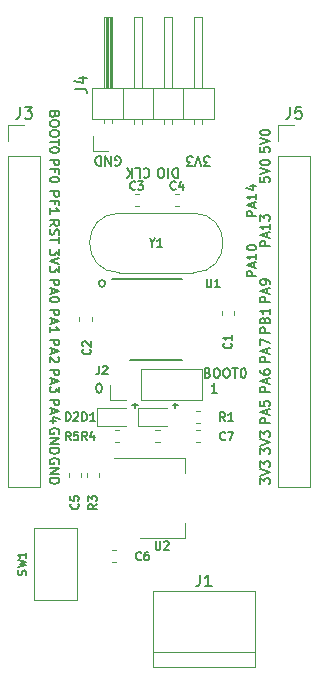
<source format=gbr>
%TF.GenerationSoftware,KiCad,Pcbnew,5.1.0*%
%TF.CreationDate,2019-06-23T04:01:33+08:00*%
%TF.ProjectId,stm32_fxp6,73746d33-325f-4667-9870-362e6b696361,rev?*%
%TF.SameCoordinates,Original*%
%TF.FileFunction,Legend,Top*%
%TF.FilePolarity,Positive*%
%FSLAX46Y46*%
G04 Gerber Fmt 4.6, Leading zero omitted, Abs format (unit mm)*
G04 Created by KiCad (PCBNEW 5.1.0) date 2019-06-23 04:01:33*
%MOMM*%
%LPD*%
G04 APERTURE LIST*
%ADD10C,0.200000*%
%ADD11C,0.150000*%
%ADD12C,0.120000*%
G04 APERTURE END LIST*
D10*
X82524476Y-34093095D02*
X82029238Y-34093095D01*
X82295904Y-33788333D01*
X82181619Y-33788333D01*
X82105428Y-33750238D01*
X82067333Y-33712142D01*
X82029238Y-33635952D01*
X82029238Y-33445476D01*
X82067333Y-33369285D01*
X82105428Y-33331190D01*
X82181619Y-33293095D01*
X82410190Y-33293095D01*
X82486380Y-33331190D01*
X82524476Y-33369285D01*
X81800666Y-34093095D02*
X81534000Y-33293095D01*
X81267333Y-34093095D01*
X81076857Y-34093095D02*
X80581619Y-34093095D01*
X80848285Y-33788333D01*
X80734000Y-33788333D01*
X80657809Y-33750238D01*
X80619714Y-33712142D01*
X80581619Y-33635952D01*
X80581619Y-33445476D01*
X80619714Y-33369285D01*
X80657809Y-33331190D01*
X80734000Y-33293095D01*
X80962571Y-33293095D01*
X81038761Y-33331190D01*
X81076857Y-33369285D01*
X79813047Y-34309095D02*
X79813047Y-35109095D01*
X79622571Y-35109095D01*
X79508285Y-35071000D01*
X79432095Y-34994809D01*
X79394000Y-34918619D01*
X79355904Y-34766238D01*
X79355904Y-34651952D01*
X79394000Y-34499571D01*
X79432095Y-34423380D01*
X79508285Y-34347190D01*
X79622571Y-34309095D01*
X79813047Y-34309095D01*
X79013047Y-34309095D02*
X79013047Y-35109095D01*
X78479714Y-35109095D02*
X78327333Y-35109095D01*
X78251142Y-35071000D01*
X78174952Y-34994809D01*
X78136857Y-34842428D01*
X78136857Y-34575761D01*
X78174952Y-34423380D01*
X78251142Y-34347190D01*
X78327333Y-34309095D01*
X78479714Y-34309095D01*
X78555904Y-34347190D01*
X78632095Y-34423380D01*
X78670190Y-34575761D01*
X78670190Y-34842428D01*
X78632095Y-34994809D01*
X78555904Y-35071000D01*
X78479714Y-35109095D01*
X76930190Y-34385285D02*
X76968285Y-34347190D01*
X77082571Y-34309095D01*
X77158761Y-34309095D01*
X77273047Y-34347190D01*
X77349238Y-34423380D01*
X77387333Y-34499571D01*
X77425428Y-34651952D01*
X77425428Y-34766238D01*
X77387333Y-34918619D01*
X77349238Y-34994809D01*
X77273047Y-35071000D01*
X77158761Y-35109095D01*
X77082571Y-35109095D01*
X76968285Y-35071000D01*
X76930190Y-35032904D01*
X76206380Y-34309095D02*
X76587333Y-34309095D01*
X76587333Y-35109095D01*
X75939714Y-34309095D02*
X75939714Y-35109095D01*
X75482571Y-34309095D02*
X75825428Y-34766238D01*
X75482571Y-35109095D02*
X75939714Y-34651952D01*
X74523523Y-34055000D02*
X74599714Y-34093095D01*
X74714000Y-34093095D01*
X74828285Y-34055000D01*
X74904476Y-33978809D01*
X74942571Y-33902619D01*
X74980666Y-33750238D01*
X74980666Y-33635952D01*
X74942571Y-33483571D01*
X74904476Y-33407380D01*
X74828285Y-33331190D01*
X74714000Y-33293095D01*
X74637809Y-33293095D01*
X74523523Y-33331190D01*
X74485428Y-33369285D01*
X74485428Y-33635952D01*
X74637809Y-33635952D01*
X74142571Y-33293095D02*
X74142571Y-34093095D01*
X73685428Y-33293095D01*
X73685428Y-34093095D01*
X73304476Y-33293095D02*
X73304476Y-34093095D01*
X73114000Y-34093095D01*
X72999714Y-34055000D01*
X72923523Y-33978809D01*
X72885428Y-33902619D01*
X72847333Y-33750238D01*
X72847333Y-33635952D01*
X72885428Y-33483571D01*
X72923523Y-33407380D01*
X72999714Y-33331190D01*
X73114000Y-33293095D01*
X73304476Y-33293095D01*
X73113904Y-52520904D02*
X73190095Y-52520904D01*
X73266285Y-52559000D01*
X73304380Y-52597095D01*
X73342476Y-52673285D01*
X73380571Y-52825666D01*
X73380571Y-53016142D01*
X73342476Y-53168523D01*
X73304380Y-53244714D01*
X73266285Y-53282809D01*
X73190095Y-53320904D01*
X73113904Y-53320904D01*
X73037714Y-53282809D01*
X72999619Y-53244714D01*
X72961523Y-53168523D01*
X72923428Y-53016142D01*
X72923428Y-52825666D01*
X72961523Y-52673285D01*
X72999619Y-52597095D01*
X73037714Y-52559000D01*
X73113904Y-52520904D01*
X83159571Y-53320904D02*
X82702428Y-53320904D01*
X82931000Y-53320904D02*
X82931000Y-52520904D01*
X82854809Y-52635190D01*
X82778619Y-52711380D01*
X82702428Y-52749476D01*
X82353333Y-51631857D02*
X82467619Y-51669952D01*
X82505714Y-51708047D01*
X82543809Y-51784238D01*
X82543809Y-51898523D01*
X82505714Y-51974714D01*
X82467619Y-52012809D01*
X82391428Y-52050904D01*
X82086666Y-52050904D01*
X82086666Y-51250904D01*
X82353333Y-51250904D01*
X82429523Y-51289000D01*
X82467619Y-51327095D01*
X82505714Y-51403285D01*
X82505714Y-51479476D01*
X82467619Y-51555666D01*
X82429523Y-51593761D01*
X82353333Y-51631857D01*
X82086666Y-51631857D01*
X83039047Y-51250904D02*
X83191428Y-51250904D01*
X83267619Y-51289000D01*
X83343809Y-51365190D01*
X83381904Y-51517571D01*
X83381904Y-51784238D01*
X83343809Y-51936619D01*
X83267619Y-52012809D01*
X83191428Y-52050904D01*
X83039047Y-52050904D01*
X82962857Y-52012809D01*
X82886666Y-51936619D01*
X82848571Y-51784238D01*
X82848571Y-51517571D01*
X82886666Y-51365190D01*
X82962857Y-51289000D01*
X83039047Y-51250904D01*
X83877142Y-51250904D02*
X84029523Y-51250904D01*
X84105714Y-51289000D01*
X84181904Y-51365190D01*
X84220000Y-51517571D01*
X84220000Y-51784238D01*
X84181904Y-51936619D01*
X84105714Y-52012809D01*
X84029523Y-52050904D01*
X83877142Y-52050904D01*
X83800952Y-52012809D01*
X83724761Y-51936619D01*
X83686666Y-51784238D01*
X83686666Y-51517571D01*
X83724761Y-51365190D01*
X83800952Y-51289000D01*
X83877142Y-51250904D01*
X84448571Y-51250904D02*
X84905714Y-51250904D01*
X84677142Y-52050904D02*
X84677142Y-51250904D01*
X85324761Y-51250904D02*
X85400952Y-51250904D01*
X85477142Y-51289000D01*
X85515238Y-51327095D01*
X85553333Y-51403285D01*
X85591428Y-51555666D01*
X85591428Y-51746142D01*
X85553333Y-51898523D01*
X85515238Y-51974714D01*
X85477142Y-52012809D01*
X85400952Y-52050904D01*
X85324761Y-52050904D01*
X85248571Y-52012809D01*
X85210476Y-51974714D01*
X85172380Y-51898523D01*
X85134285Y-51746142D01*
X85134285Y-51555666D01*
X85172380Y-51403285D01*
X85210476Y-51327095D01*
X85248571Y-51289000D01*
X85324761Y-51250904D01*
D11*
X79400428Y-54398857D02*
X79857571Y-54398857D01*
X79629000Y-54627428D02*
X79629000Y-54170285D01*
X75971428Y-54398857D02*
X76428571Y-54398857D01*
X76200000Y-54627428D02*
X76200000Y-54170285D01*
D10*
X86810904Y-32537333D02*
X86810904Y-32918285D01*
X87191857Y-32956380D01*
X87153761Y-32918285D01*
X87115666Y-32842095D01*
X87115666Y-32651619D01*
X87153761Y-32575428D01*
X87191857Y-32537333D01*
X87268047Y-32499238D01*
X87458523Y-32499238D01*
X87534714Y-32537333D01*
X87572809Y-32575428D01*
X87610904Y-32651619D01*
X87610904Y-32842095D01*
X87572809Y-32918285D01*
X87534714Y-32956380D01*
X86810904Y-32270666D02*
X87610904Y-32004000D01*
X86810904Y-31737333D01*
X86810904Y-31318285D02*
X86810904Y-31242095D01*
X86849000Y-31165904D01*
X86887095Y-31127809D01*
X86963285Y-31089714D01*
X87115666Y-31051619D01*
X87306142Y-31051619D01*
X87458523Y-31089714D01*
X87534714Y-31127809D01*
X87572809Y-31165904D01*
X87610904Y-31242095D01*
X87610904Y-31318285D01*
X87572809Y-31394476D01*
X87534714Y-31432571D01*
X87458523Y-31470666D01*
X87306142Y-31508761D01*
X87115666Y-31508761D01*
X86963285Y-31470666D01*
X86887095Y-31432571D01*
X86849000Y-31394476D01*
X86810904Y-31318285D01*
X86810904Y-35077333D02*
X86810904Y-35458285D01*
X87191857Y-35496380D01*
X87153761Y-35458285D01*
X87115666Y-35382095D01*
X87115666Y-35191619D01*
X87153761Y-35115428D01*
X87191857Y-35077333D01*
X87268047Y-35039238D01*
X87458523Y-35039238D01*
X87534714Y-35077333D01*
X87572809Y-35115428D01*
X87610904Y-35191619D01*
X87610904Y-35382095D01*
X87572809Y-35458285D01*
X87534714Y-35496380D01*
X86810904Y-34810666D02*
X87610904Y-34544000D01*
X86810904Y-34277333D01*
X86810904Y-33858285D02*
X86810904Y-33782095D01*
X86849000Y-33705904D01*
X86887095Y-33667809D01*
X86963285Y-33629714D01*
X87115666Y-33591619D01*
X87306142Y-33591619D01*
X87458523Y-33629714D01*
X87534714Y-33667809D01*
X87572809Y-33705904D01*
X87610904Y-33782095D01*
X87610904Y-33858285D01*
X87572809Y-33934476D01*
X87534714Y-33972571D01*
X87458523Y-34010666D01*
X87306142Y-34048761D01*
X87115666Y-34048761D01*
X86963285Y-34010666D01*
X86887095Y-33972571D01*
X86849000Y-33934476D01*
X86810904Y-33858285D01*
X86467904Y-38398285D02*
X85667904Y-38398285D01*
X85667904Y-38093523D01*
X85706000Y-38017333D01*
X85744095Y-37979238D01*
X85820285Y-37941142D01*
X85934571Y-37941142D01*
X86010761Y-37979238D01*
X86048857Y-38017333D01*
X86086952Y-38093523D01*
X86086952Y-38398285D01*
X86239333Y-37636380D02*
X86239333Y-37255428D01*
X86467904Y-37712571D02*
X85667904Y-37445904D01*
X86467904Y-37179238D01*
X86467904Y-36493523D02*
X86467904Y-36950666D01*
X86467904Y-36722095D02*
X85667904Y-36722095D01*
X85782190Y-36798285D01*
X85858380Y-36874476D01*
X85896476Y-36950666D01*
X85934571Y-35807809D02*
X86467904Y-35807809D01*
X85629809Y-35998285D02*
X86201238Y-36188761D01*
X86201238Y-35693523D01*
X87610904Y-40938285D02*
X86810904Y-40938285D01*
X86810904Y-40633523D01*
X86849000Y-40557333D01*
X86887095Y-40519238D01*
X86963285Y-40481142D01*
X87077571Y-40481142D01*
X87153761Y-40519238D01*
X87191857Y-40557333D01*
X87229952Y-40633523D01*
X87229952Y-40938285D01*
X87382333Y-40176380D02*
X87382333Y-39795428D01*
X87610904Y-40252571D02*
X86810904Y-39985904D01*
X87610904Y-39719238D01*
X87610904Y-39033523D02*
X87610904Y-39490666D01*
X87610904Y-39262095D02*
X86810904Y-39262095D01*
X86925190Y-39338285D01*
X87001380Y-39414476D01*
X87039476Y-39490666D01*
X86810904Y-38766857D02*
X86810904Y-38271619D01*
X87115666Y-38538285D01*
X87115666Y-38424000D01*
X87153761Y-38347809D01*
X87191857Y-38309714D01*
X87268047Y-38271619D01*
X87458523Y-38271619D01*
X87534714Y-38309714D01*
X87572809Y-38347809D01*
X87610904Y-38424000D01*
X87610904Y-38652571D01*
X87572809Y-38728761D01*
X87534714Y-38766857D01*
X86467904Y-43478285D02*
X85667904Y-43478285D01*
X85667904Y-43173523D01*
X85706000Y-43097333D01*
X85744095Y-43059238D01*
X85820285Y-43021142D01*
X85934571Y-43021142D01*
X86010761Y-43059238D01*
X86048857Y-43097333D01*
X86086952Y-43173523D01*
X86086952Y-43478285D01*
X86239333Y-42716380D02*
X86239333Y-42335428D01*
X86467904Y-42792571D02*
X85667904Y-42525904D01*
X86467904Y-42259238D01*
X86467904Y-41573523D02*
X86467904Y-42030666D01*
X86467904Y-41802095D02*
X85667904Y-41802095D01*
X85782190Y-41878285D01*
X85858380Y-41954476D01*
X85896476Y-42030666D01*
X85667904Y-41078285D02*
X85667904Y-41002095D01*
X85706000Y-40925904D01*
X85744095Y-40887809D01*
X85820285Y-40849714D01*
X85972666Y-40811619D01*
X86163142Y-40811619D01*
X86315523Y-40849714D01*
X86391714Y-40887809D01*
X86429809Y-40925904D01*
X86467904Y-41002095D01*
X86467904Y-41078285D01*
X86429809Y-41154476D01*
X86391714Y-41192571D01*
X86315523Y-41230666D01*
X86163142Y-41268761D01*
X85972666Y-41268761D01*
X85820285Y-41230666D01*
X85744095Y-41192571D01*
X85706000Y-41154476D01*
X85667904Y-41078285D01*
X87610904Y-45637333D02*
X86810904Y-45637333D01*
X86810904Y-45332571D01*
X86849000Y-45256380D01*
X86887095Y-45218285D01*
X86963285Y-45180190D01*
X87077571Y-45180190D01*
X87153761Y-45218285D01*
X87191857Y-45256380D01*
X87229952Y-45332571D01*
X87229952Y-45637333D01*
X87382333Y-44875428D02*
X87382333Y-44494476D01*
X87610904Y-44951619D02*
X86810904Y-44684952D01*
X87610904Y-44418285D01*
X87610904Y-44113523D02*
X87610904Y-43961142D01*
X87572809Y-43884952D01*
X87534714Y-43846857D01*
X87420428Y-43770666D01*
X87268047Y-43732571D01*
X86963285Y-43732571D01*
X86887095Y-43770666D01*
X86849000Y-43808761D01*
X86810904Y-43884952D01*
X86810904Y-44037333D01*
X86849000Y-44113523D01*
X86887095Y-44151619D01*
X86963285Y-44189714D01*
X87153761Y-44189714D01*
X87229952Y-44151619D01*
X87268047Y-44113523D01*
X87306142Y-44037333D01*
X87306142Y-43884952D01*
X87268047Y-43808761D01*
X87229952Y-43770666D01*
X87153761Y-43732571D01*
X87610904Y-48234476D02*
X86810904Y-48234476D01*
X86810904Y-47929714D01*
X86849000Y-47853523D01*
X86887095Y-47815428D01*
X86963285Y-47777333D01*
X87077571Y-47777333D01*
X87153761Y-47815428D01*
X87191857Y-47853523D01*
X87229952Y-47929714D01*
X87229952Y-48234476D01*
X87191857Y-47167809D02*
X87229952Y-47053523D01*
X87268047Y-47015428D01*
X87344238Y-46977333D01*
X87458523Y-46977333D01*
X87534714Y-47015428D01*
X87572809Y-47053523D01*
X87610904Y-47129714D01*
X87610904Y-47434476D01*
X86810904Y-47434476D01*
X86810904Y-47167809D01*
X86849000Y-47091619D01*
X86887095Y-47053523D01*
X86963285Y-47015428D01*
X87039476Y-47015428D01*
X87115666Y-47053523D01*
X87153761Y-47091619D01*
X87191857Y-47167809D01*
X87191857Y-47434476D01*
X87610904Y-46215428D02*
X87610904Y-46672571D01*
X87610904Y-46444000D02*
X86810904Y-46444000D01*
X86925190Y-46520190D01*
X87001380Y-46596380D01*
X87039476Y-46672571D01*
X87610904Y-50717333D02*
X86810904Y-50717333D01*
X86810904Y-50412571D01*
X86849000Y-50336380D01*
X86887095Y-50298285D01*
X86963285Y-50260190D01*
X87077571Y-50260190D01*
X87153761Y-50298285D01*
X87191857Y-50336380D01*
X87229952Y-50412571D01*
X87229952Y-50717333D01*
X87382333Y-49955428D02*
X87382333Y-49574476D01*
X87610904Y-50031619D02*
X86810904Y-49764952D01*
X87610904Y-49498285D01*
X86810904Y-49307809D02*
X86810904Y-48774476D01*
X87610904Y-49117333D01*
X87610904Y-53257333D02*
X86810904Y-53257333D01*
X86810904Y-52952571D01*
X86849000Y-52876380D01*
X86887095Y-52838285D01*
X86963285Y-52800190D01*
X87077571Y-52800190D01*
X87153761Y-52838285D01*
X87191857Y-52876380D01*
X87229952Y-52952571D01*
X87229952Y-53257333D01*
X87382333Y-52495428D02*
X87382333Y-52114476D01*
X87610904Y-52571619D02*
X86810904Y-52304952D01*
X87610904Y-52038285D01*
X86810904Y-51428761D02*
X86810904Y-51581142D01*
X86849000Y-51657333D01*
X86887095Y-51695428D01*
X87001380Y-51771619D01*
X87153761Y-51809714D01*
X87458523Y-51809714D01*
X87534714Y-51771619D01*
X87572809Y-51733523D01*
X87610904Y-51657333D01*
X87610904Y-51504952D01*
X87572809Y-51428761D01*
X87534714Y-51390666D01*
X87458523Y-51352571D01*
X87268047Y-51352571D01*
X87191857Y-51390666D01*
X87153761Y-51428761D01*
X87115666Y-51504952D01*
X87115666Y-51657333D01*
X87153761Y-51733523D01*
X87191857Y-51771619D01*
X87268047Y-51809714D01*
X87610904Y-55924333D02*
X86810904Y-55924333D01*
X86810904Y-55619571D01*
X86849000Y-55543380D01*
X86887095Y-55505285D01*
X86963285Y-55467190D01*
X87077571Y-55467190D01*
X87153761Y-55505285D01*
X87191857Y-55543380D01*
X87229952Y-55619571D01*
X87229952Y-55924333D01*
X87382333Y-55162428D02*
X87382333Y-54781476D01*
X87610904Y-55238619D02*
X86810904Y-54971952D01*
X87610904Y-54705285D01*
X86810904Y-54057666D02*
X86810904Y-54438619D01*
X87191857Y-54476714D01*
X87153761Y-54438619D01*
X87115666Y-54362428D01*
X87115666Y-54171952D01*
X87153761Y-54095761D01*
X87191857Y-54057666D01*
X87268047Y-54019571D01*
X87458523Y-54019571D01*
X87534714Y-54057666D01*
X87572809Y-54095761D01*
X87610904Y-54171952D01*
X87610904Y-54362428D01*
X87572809Y-54438619D01*
X87534714Y-54476714D01*
X86810904Y-58521476D02*
X86810904Y-58026238D01*
X87115666Y-58292904D01*
X87115666Y-58178619D01*
X87153761Y-58102428D01*
X87191857Y-58064333D01*
X87268047Y-58026238D01*
X87458523Y-58026238D01*
X87534714Y-58064333D01*
X87572809Y-58102428D01*
X87610904Y-58178619D01*
X87610904Y-58407190D01*
X87572809Y-58483380D01*
X87534714Y-58521476D01*
X86810904Y-57797666D02*
X87610904Y-57531000D01*
X86810904Y-57264333D01*
X86810904Y-57073857D02*
X86810904Y-56578619D01*
X87115666Y-56845285D01*
X87115666Y-56731000D01*
X87153761Y-56654809D01*
X87191857Y-56616714D01*
X87268047Y-56578619D01*
X87458523Y-56578619D01*
X87534714Y-56616714D01*
X87572809Y-56654809D01*
X87610904Y-56731000D01*
X87610904Y-56959571D01*
X87572809Y-57035761D01*
X87534714Y-57073857D01*
X86810904Y-61061476D02*
X86810904Y-60566238D01*
X87115666Y-60832904D01*
X87115666Y-60718619D01*
X87153761Y-60642428D01*
X87191857Y-60604333D01*
X87268047Y-60566238D01*
X87458523Y-60566238D01*
X87534714Y-60604333D01*
X87572809Y-60642428D01*
X87610904Y-60718619D01*
X87610904Y-60947190D01*
X87572809Y-61023380D01*
X87534714Y-61061476D01*
X86810904Y-60337666D02*
X87610904Y-60071000D01*
X86810904Y-59804333D01*
X86810904Y-59613857D02*
X86810904Y-59118619D01*
X87115666Y-59385285D01*
X87115666Y-59271000D01*
X87153761Y-59194809D01*
X87191857Y-59156714D01*
X87268047Y-59118619D01*
X87458523Y-59118619D01*
X87534714Y-59156714D01*
X87572809Y-59194809D01*
X87610904Y-59271000D01*
X87610904Y-59499571D01*
X87572809Y-59575761D01*
X87534714Y-59613857D01*
X69399142Y-29775333D02*
X69361047Y-29889619D01*
X69322952Y-29927714D01*
X69246761Y-29965809D01*
X69132476Y-29965809D01*
X69056285Y-29927714D01*
X69018190Y-29889619D01*
X68980095Y-29813428D01*
X68980095Y-29508666D01*
X69780095Y-29508666D01*
X69780095Y-29775333D01*
X69742000Y-29851523D01*
X69703904Y-29889619D01*
X69627714Y-29927714D01*
X69551523Y-29927714D01*
X69475333Y-29889619D01*
X69437238Y-29851523D01*
X69399142Y-29775333D01*
X69399142Y-29508666D01*
X69780095Y-30461047D02*
X69780095Y-30613428D01*
X69742000Y-30689619D01*
X69665809Y-30765809D01*
X69513428Y-30803904D01*
X69246761Y-30803904D01*
X69094380Y-30765809D01*
X69018190Y-30689619D01*
X68980095Y-30613428D01*
X68980095Y-30461047D01*
X69018190Y-30384857D01*
X69094380Y-30308666D01*
X69246761Y-30270571D01*
X69513428Y-30270571D01*
X69665809Y-30308666D01*
X69742000Y-30384857D01*
X69780095Y-30461047D01*
X69780095Y-31299142D02*
X69780095Y-31451523D01*
X69742000Y-31527714D01*
X69665809Y-31603904D01*
X69513428Y-31642000D01*
X69246761Y-31642000D01*
X69094380Y-31603904D01*
X69018190Y-31527714D01*
X68980095Y-31451523D01*
X68980095Y-31299142D01*
X69018190Y-31222952D01*
X69094380Y-31146761D01*
X69246761Y-31108666D01*
X69513428Y-31108666D01*
X69665809Y-31146761D01*
X69742000Y-31222952D01*
X69780095Y-31299142D01*
X69780095Y-31870571D02*
X69780095Y-32327714D01*
X68980095Y-32099142D02*
X69780095Y-32099142D01*
X69780095Y-32746761D02*
X69780095Y-32822952D01*
X69742000Y-32899142D01*
X69703904Y-32937238D01*
X69627714Y-32975333D01*
X69475333Y-33013428D01*
X69284857Y-33013428D01*
X69132476Y-32975333D01*
X69056285Y-32937238D01*
X69018190Y-32899142D01*
X68980095Y-32822952D01*
X68980095Y-32746761D01*
X69018190Y-32670571D01*
X69056285Y-32632476D01*
X69132476Y-32594380D01*
X69284857Y-32556285D01*
X69475333Y-32556285D01*
X69627714Y-32594380D01*
X69703904Y-32632476D01*
X69742000Y-32670571D01*
X69780095Y-32746761D01*
X68980095Y-33610666D02*
X69780095Y-33610666D01*
X69780095Y-33915428D01*
X69742000Y-33991619D01*
X69703904Y-34029714D01*
X69627714Y-34067809D01*
X69513428Y-34067809D01*
X69437238Y-34029714D01*
X69399142Y-33991619D01*
X69361047Y-33915428D01*
X69361047Y-33610666D01*
X69399142Y-34677333D02*
X69399142Y-34410666D01*
X68980095Y-34410666D02*
X69780095Y-34410666D01*
X69780095Y-34791619D01*
X69780095Y-35248761D02*
X69780095Y-35324952D01*
X69742000Y-35401142D01*
X69703904Y-35439238D01*
X69627714Y-35477333D01*
X69475333Y-35515428D01*
X69284857Y-35515428D01*
X69132476Y-35477333D01*
X69056285Y-35439238D01*
X69018190Y-35401142D01*
X68980095Y-35324952D01*
X68980095Y-35248761D01*
X69018190Y-35172571D01*
X69056285Y-35134476D01*
X69132476Y-35096380D01*
X69284857Y-35058285D01*
X69475333Y-35058285D01*
X69627714Y-35096380D01*
X69703904Y-35134476D01*
X69742000Y-35172571D01*
X69780095Y-35248761D01*
X68980095Y-36277666D02*
X69780095Y-36277666D01*
X69780095Y-36582428D01*
X69742000Y-36658619D01*
X69703904Y-36696714D01*
X69627714Y-36734809D01*
X69513428Y-36734809D01*
X69437238Y-36696714D01*
X69399142Y-36658619D01*
X69361047Y-36582428D01*
X69361047Y-36277666D01*
X69399142Y-37344333D02*
X69399142Y-37077666D01*
X68980095Y-37077666D02*
X69780095Y-37077666D01*
X69780095Y-37458619D01*
X68980095Y-38182428D02*
X68980095Y-37725285D01*
X68980095Y-37953857D02*
X69780095Y-37953857D01*
X69665809Y-37877666D01*
X69589619Y-37801476D01*
X69551523Y-37725285D01*
X68980095Y-39185904D02*
X69361047Y-38919238D01*
X68980095Y-38728761D02*
X69780095Y-38728761D01*
X69780095Y-39033523D01*
X69742000Y-39109714D01*
X69703904Y-39147809D01*
X69627714Y-39185904D01*
X69513428Y-39185904D01*
X69437238Y-39147809D01*
X69399142Y-39109714D01*
X69361047Y-39033523D01*
X69361047Y-38728761D01*
X69018190Y-39490666D02*
X68980095Y-39604952D01*
X68980095Y-39795428D01*
X69018190Y-39871619D01*
X69056285Y-39909714D01*
X69132476Y-39947809D01*
X69208666Y-39947809D01*
X69284857Y-39909714D01*
X69322952Y-39871619D01*
X69361047Y-39795428D01*
X69399142Y-39643047D01*
X69437238Y-39566857D01*
X69475333Y-39528761D01*
X69551523Y-39490666D01*
X69627714Y-39490666D01*
X69703904Y-39528761D01*
X69742000Y-39566857D01*
X69780095Y-39643047D01*
X69780095Y-39833523D01*
X69742000Y-39947809D01*
X69780095Y-40176380D02*
X69780095Y-40633523D01*
X68980095Y-40404952D02*
X69780095Y-40404952D01*
X69780095Y-41173523D02*
X69780095Y-41668761D01*
X69475333Y-41402095D01*
X69475333Y-41516380D01*
X69437238Y-41592571D01*
X69399142Y-41630666D01*
X69322952Y-41668761D01*
X69132476Y-41668761D01*
X69056285Y-41630666D01*
X69018190Y-41592571D01*
X68980095Y-41516380D01*
X68980095Y-41287809D01*
X69018190Y-41211619D01*
X69056285Y-41173523D01*
X69780095Y-41897333D02*
X68980095Y-42164000D01*
X69780095Y-42430666D01*
X69780095Y-42621142D02*
X69780095Y-43116380D01*
X69475333Y-42849714D01*
X69475333Y-42964000D01*
X69437238Y-43040190D01*
X69399142Y-43078285D01*
X69322952Y-43116380D01*
X69132476Y-43116380D01*
X69056285Y-43078285D01*
X69018190Y-43040190D01*
X68980095Y-42964000D01*
X68980095Y-42735428D01*
X69018190Y-42659238D01*
X69056285Y-42621142D01*
X68980095Y-43770666D02*
X69780095Y-43770666D01*
X69780095Y-44075428D01*
X69742000Y-44151619D01*
X69703904Y-44189714D01*
X69627714Y-44227809D01*
X69513428Y-44227809D01*
X69437238Y-44189714D01*
X69399142Y-44151619D01*
X69361047Y-44075428D01*
X69361047Y-43770666D01*
X69208666Y-44532571D02*
X69208666Y-44913523D01*
X68980095Y-44456380D02*
X69780095Y-44723047D01*
X68980095Y-44989714D01*
X69780095Y-45408761D02*
X69780095Y-45484952D01*
X69742000Y-45561142D01*
X69703904Y-45599238D01*
X69627714Y-45637333D01*
X69475333Y-45675428D01*
X69284857Y-45675428D01*
X69132476Y-45637333D01*
X69056285Y-45599238D01*
X69018190Y-45561142D01*
X68980095Y-45484952D01*
X68980095Y-45408761D01*
X69018190Y-45332571D01*
X69056285Y-45294476D01*
X69132476Y-45256380D01*
X69284857Y-45218285D01*
X69475333Y-45218285D01*
X69627714Y-45256380D01*
X69703904Y-45294476D01*
X69742000Y-45332571D01*
X69780095Y-45408761D01*
X68980095Y-46310666D02*
X69780095Y-46310666D01*
X69780095Y-46615428D01*
X69742000Y-46691619D01*
X69703904Y-46729714D01*
X69627714Y-46767809D01*
X69513428Y-46767809D01*
X69437238Y-46729714D01*
X69399142Y-46691619D01*
X69361047Y-46615428D01*
X69361047Y-46310666D01*
X69208666Y-47072571D02*
X69208666Y-47453523D01*
X68980095Y-46996380D02*
X69780095Y-47263047D01*
X68980095Y-47529714D01*
X68980095Y-48215428D02*
X68980095Y-47758285D01*
X68980095Y-47986857D02*
X69780095Y-47986857D01*
X69665809Y-47910666D01*
X69589619Y-47834476D01*
X69551523Y-47758285D01*
X68980095Y-48850666D02*
X69780095Y-48850666D01*
X69780095Y-49155428D01*
X69742000Y-49231619D01*
X69703904Y-49269714D01*
X69627714Y-49307809D01*
X69513428Y-49307809D01*
X69437238Y-49269714D01*
X69399142Y-49231619D01*
X69361047Y-49155428D01*
X69361047Y-48850666D01*
X69208666Y-49612571D02*
X69208666Y-49993523D01*
X68980095Y-49536380D02*
X69780095Y-49803047D01*
X68980095Y-50069714D01*
X69703904Y-50298285D02*
X69742000Y-50336380D01*
X69780095Y-50412571D01*
X69780095Y-50603047D01*
X69742000Y-50679238D01*
X69703904Y-50717333D01*
X69627714Y-50755428D01*
X69551523Y-50755428D01*
X69437238Y-50717333D01*
X68980095Y-50260190D01*
X68980095Y-50755428D01*
X68980095Y-51390666D02*
X69780095Y-51390666D01*
X69780095Y-51695428D01*
X69742000Y-51771619D01*
X69703904Y-51809714D01*
X69627714Y-51847809D01*
X69513428Y-51847809D01*
X69437238Y-51809714D01*
X69399142Y-51771619D01*
X69361047Y-51695428D01*
X69361047Y-51390666D01*
X69208666Y-52152571D02*
X69208666Y-52533523D01*
X68980095Y-52076380D02*
X69780095Y-52343047D01*
X68980095Y-52609714D01*
X69780095Y-52800190D02*
X69780095Y-53295428D01*
X69475333Y-53028761D01*
X69475333Y-53143047D01*
X69437238Y-53219238D01*
X69399142Y-53257333D01*
X69322952Y-53295428D01*
X69132476Y-53295428D01*
X69056285Y-53257333D01*
X69018190Y-53219238D01*
X68980095Y-53143047D01*
X68980095Y-52914476D01*
X69018190Y-52838285D01*
X69056285Y-52800190D01*
X68980095Y-53930666D02*
X69780095Y-53930666D01*
X69780095Y-54235428D01*
X69742000Y-54311619D01*
X69703904Y-54349714D01*
X69627714Y-54387809D01*
X69513428Y-54387809D01*
X69437238Y-54349714D01*
X69399142Y-54311619D01*
X69361047Y-54235428D01*
X69361047Y-53930666D01*
X69208666Y-54692571D02*
X69208666Y-55073523D01*
X68980095Y-54616380D02*
X69780095Y-54883047D01*
X68980095Y-55149714D01*
X69513428Y-55759238D02*
X68980095Y-55759238D01*
X69818190Y-55568761D02*
X69246761Y-55378285D01*
X69246761Y-55873523D01*
X69742000Y-56794476D02*
X69780095Y-56718285D01*
X69780095Y-56604000D01*
X69742000Y-56489714D01*
X69665809Y-56413523D01*
X69589619Y-56375428D01*
X69437238Y-56337333D01*
X69322952Y-56337333D01*
X69170571Y-56375428D01*
X69094380Y-56413523D01*
X69018190Y-56489714D01*
X68980095Y-56604000D01*
X68980095Y-56680190D01*
X69018190Y-56794476D01*
X69056285Y-56832571D01*
X69322952Y-56832571D01*
X69322952Y-56680190D01*
X68980095Y-57175428D02*
X69780095Y-57175428D01*
X68980095Y-57632571D01*
X69780095Y-57632571D01*
X68980095Y-58013523D02*
X69780095Y-58013523D01*
X69780095Y-58204000D01*
X69742000Y-58318285D01*
X69665809Y-58394476D01*
X69589619Y-58432571D01*
X69437238Y-58470666D01*
X69322952Y-58470666D01*
X69170571Y-58432571D01*
X69094380Y-58394476D01*
X69018190Y-58318285D01*
X68980095Y-58204000D01*
X68980095Y-58013523D01*
X69742000Y-59334476D02*
X69780095Y-59258285D01*
X69780095Y-59144000D01*
X69742000Y-59029714D01*
X69665809Y-58953523D01*
X69589619Y-58915428D01*
X69437238Y-58877333D01*
X69322952Y-58877333D01*
X69170571Y-58915428D01*
X69094380Y-58953523D01*
X69018190Y-59029714D01*
X68980095Y-59144000D01*
X68980095Y-59220190D01*
X69018190Y-59334476D01*
X69056285Y-59372571D01*
X69322952Y-59372571D01*
X69322952Y-59220190D01*
X68980095Y-59715428D02*
X69780095Y-59715428D01*
X68980095Y-60172571D01*
X69780095Y-60172571D01*
X68980095Y-60553523D02*
X69780095Y-60553523D01*
X69780095Y-60744000D01*
X69742000Y-60858285D01*
X69665809Y-60934476D01*
X69589619Y-60972571D01*
X69437238Y-61010666D01*
X69322952Y-61010666D01*
X69170571Y-60972571D01*
X69094380Y-60934476D01*
X69018190Y-60858285D01*
X68980095Y-60744000D01*
X68980095Y-60553523D01*
D11*
X73689981Y-44069000D02*
G75*
G03X73689981Y-44069000I-283981J0D01*
G01*
D12*
X77692000Y-76547000D02*
X77692000Y-70137000D01*
X86392000Y-75317000D02*
X77692000Y-75317000D01*
X86392000Y-70137000D02*
X86392000Y-76547000D01*
X77692000Y-70137000D02*
X86392000Y-70137000D01*
X77692000Y-76547000D02*
X86392000Y-76547000D01*
X65472000Y-30674000D02*
X66802000Y-30674000D01*
X65472000Y-32004000D02*
X65472000Y-30674000D01*
X65472000Y-33274000D02*
X68132000Y-33274000D01*
X68132000Y-33274000D02*
X68132000Y-61274000D01*
X65472000Y-33274000D02*
X65472000Y-61274000D01*
X65472000Y-61274000D02*
X68132000Y-61274000D01*
X88332000Y-61274000D02*
X90992000Y-61274000D01*
X88332000Y-33274000D02*
X88332000Y-61274000D01*
X90992000Y-33274000D02*
X90992000Y-61274000D01*
X88332000Y-33274000D02*
X90992000Y-33274000D01*
X88332000Y-32004000D02*
X88332000Y-30674000D01*
X88332000Y-30674000D02*
X89662000Y-30674000D01*
X71319000Y-64758000D02*
X71319000Y-70878000D01*
X71319000Y-70878000D02*
X67619000Y-70878000D01*
X67619000Y-70878000D02*
X67619000Y-64758000D01*
X67619000Y-64758000D02*
X71319000Y-64758000D01*
X71499000Y-47288267D02*
X71499000Y-46945733D01*
X72519000Y-47288267D02*
X72519000Y-46945733D01*
X76529255Y-36499528D02*
X76186721Y-36499528D01*
X76529255Y-37519528D02*
X76186721Y-37519528D01*
X79615721Y-36499528D02*
X79958255Y-36499528D01*
X79615721Y-37519528D02*
X79958255Y-37519528D01*
X71630000Y-60496267D02*
X71630000Y-60153733D01*
X70610000Y-60496267D02*
X70610000Y-60153733D01*
X74250733Y-66673000D02*
X74593267Y-66673000D01*
X74250733Y-67693000D02*
X74593267Y-67693000D01*
X81705267Y-56513000D02*
X81362733Y-56513000D01*
X81705267Y-57533000D02*
X81362733Y-57533000D01*
X83564000Y-46780267D02*
X83564000Y-46437733D01*
X84584000Y-46780267D02*
X84584000Y-46437733D01*
X81848000Y-53971500D02*
X81848000Y-51311500D01*
X76708000Y-53971500D02*
X81848000Y-53971500D01*
X76708000Y-51311500D02*
X81848000Y-51311500D01*
X76708000Y-53971500D02*
X76708000Y-51311500D01*
X75438000Y-53971500D02*
X74108000Y-53971500D01*
X74108000Y-53971500D02*
X74108000Y-52641500D01*
X72584000Y-30183000D02*
X82864000Y-30183000D01*
X82864000Y-30183000D02*
X82864000Y-27523000D01*
X82864000Y-27523000D02*
X72584000Y-27523000D01*
X72584000Y-27523000D02*
X72584000Y-30183000D01*
X73534000Y-27523000D02*
X73534000Y-21523000D01*
X73534000Y-21523000D02*
X74294000Y-21523000D01*
X74294000Y-21523000D02*
X74294000Y-27523000D01*
X73594000Y-27523000D02*
X73594000Y-21523000D01*
X73714000Y-27523000D02*
X73714000Y-21523000D01*
X73834000Y-27523000D02*
X73834000Y-21523000D01*
X73954000Y-27523000D02*
X73954000Y-21523000D01*
X74074000Y-27523000D02*
X74074000Y-21523000D01*
X74194000Y-27523000D02*
X74194000Y-21523000D01*
X73534000Y-30513000D02*
X73534000Y-30183000D01*
X74294000Y-30513000D02*
X74294000Y-30183000D01*
X75184000Y-30183000D02*
X75184000Y-27523000D01*
X76074000Y-27523000D02*
X76074000Y-21523000D01*
X76074000Y-21523000D02*
X76834000Y-21523000D01*
X76834000Y-21523000D02*
X76834000Y-27523000D01*
X76074000Y-30580071D02*
X76074000Y-30183000D01*
X76834000Y-30580071D02*
X76834000Y-30183000D01*
X77724000Y-30183000D02*
X77724000Y-27523000D01*
X78614000Y-27523000D02*
X78614000Y-21523000D01*
X78614000Y-21523000D02*
X79374000Y-21523000D01*
X79374000Y-21523000D02*
X79374000Y-27523000D01*
X78614000Y-30580071D02*
X78614000Y-30183000D01*
X79374000Y-30580071D02*
X79374000Y-30183000D01*
X80264000Y-30183000D02*
X80264000Y-27523000D01*
X81154000Y-27523000D02*
X81154000Y-21523000D01*
X81154000Y-21523000D02*
X81914000Y-21523000D01*
X81914000Y-21523000D02*
X81914000Y-27523000D01*
X81154000Y-30580071D02*
X81154000Y-30183000D01*
X81914000Y-30580071D02*
X81914000Y-30183000D01*
X73914000Y-32893000D02*
X72644000Y-32893000D01*
X72644000Y-32893000D02*
X72644000Y-31623000D01*
X74880000Y-38115000D02*
X81130000Y-38115000D01*
X74880000Y-43165000D02*
X81130000Y-43165000D01*
X74880000Y-43165000D02*
G75*
G02X74880000Y-38115000I0J2525000D01*
G01*
X81130000Y-43165000D02*
G75*
G03X81130000Y-38115000I0J2525000D01*
G01*
X73016000Y-56107000D02*
X75476000Y-56107000D01*
X73016000Y-54637000D02*
X73016000Y-56107000D01*
X75476000Y-54637000D02*
X73016000Y-54637000D01*
X78905000Y-54637000D02*
X76445000Y-54637000D01*
X76445000Y-54637000D02*
X76445000Y-56107000D01*
X76445000Y-56107000D02*
X78905000Y-56107000D01*
D11*
X75753000Y-50567000D02*
X80203000Y-50567000D01*
X74228000Y-43667000D02*
X80203000Y-43667000D01*
D12*
X80396000Y-65640000D02*
X80396000Y-64380000D01*
X80396000Y-58820000D02*
X80396000Y-60080000D01*
X76636000Y-65640000D02*
X80396000Y-65640000D01*
X74386000Y-58820000D02*
X80396000Y-58820000D01*
X74504733Y-56513000D02*
X74847267Y-56513000D01*
X74504733Y-57533000D02*
X74847267Y-57533000D01*
X81362733Y-55882000D02*
X81705267Y-55882000D01*
X81362733Y-54862000D02*
X81705267Y-54862000D01*
X72134000Y-60153733D02*
X72134000Y-60496267D01*
X73154000Y-60153733D02*
X73154000Y-60496267D01*
X77933733Y-56513000D02*
X78276267Y-56513000D01*
X77933733Y-57533000D02*
X78276267Y-57533000D01*
D11*
X81708666Y-68729380D02*
X81708666Y-69443666D01*
X81661047Y-69586523D01*
X81565809Y-69681761D01*
X81422952Y-69729380D01*
X81327714Y-69729380D01*
X82708666Y-69729380D02*
X82137238Y-69729380D01*
X82422952Y-69729380D02*
X82422952Y-68729380D01*
X82327714Y-68872238D01*
X82232476Y-68967476D01*
X82137238Y-69015095D01*
X66468666Y-29126380D02*
X66468666Y-29840666D01*
X66421047Y-29983523D01*
X66325809Y-30078761D01*
X66182952Y-30126380D01*
X66087714Y-30126380D01*
X66849619Y-29126380D02*
X67468666Y-29126380D01*
X67135333Y-29507333D01*
X67278190Y-29507333D01*
X67373428Y-29554952D01*
X67421047Y-29602571D01*
X67468666Y-29697809D01*
X67468666Y-29935904D01*
X67421047Y-30031142D01*
X67373428Y-30078761D01*
X67278190Y-30126380D01*
X66992476Y-30126380D01*
X66897238Y-30078761D01*
X66849619Y-30031142D01*
X89328666Y-29126380D02*
X89328666Y-29840666D01*
X89281047Y-29983523D01*
X89185809Y-30078761D01*
X89042952Y-30126380D01*
X88947714Y-30126380D01*
X90281047Y-29126380D02*
X89804857Y-29126380D01*
X89757238Y-29602571D01*
X89804857Y-29554952D01*
X89900095Y-29507333D01*
X90138190Y-29507333D01*
X90233428Y-29554952D01*
X90281047Y-29602571D01*
X90328666Y-29697809D01*
X90328666Y-29935904D01*
X90281047Y-30031142D01*
X90233428Y-30078761D01*
X90138190Y-30126380D01*
X89900095Y-30126380D01*
X89804857Y-30078761D01*
X89757238Y-30031142D01*
X66958333Y-68751333D02*
X66991666Y-68651333D01*
X66991666Y-68484666D01*
X66958333Y-68418000D01*
X66925000Y-68384666D01*
X66858333Y-68351333D01*
X66791666Y-68351333D01*
X66725000Y-68384666D01*
X66691666Y-68418000D01*
X66658333Y-68484666D01*
X66625000Y-68618000D01*
X66591666Y-68684666D01*
X66558333Y-68718000D01*
X66491666Y-68751333D01*
X66425000Y-68751333D01*
X66358333Y-68718000D01*
X66325000Y-68684666D01*
X66291666Y-68618000D01*
X66291666Y-68451333D01*
X66325000Y-68351333D01*
X66291666Y-68118000D02*
X66991666Y-67951333D01*
X66491666Y-67818000D01*
X66991666Y-67684666D01*
X66291666Y-67518000D01*
X66991666Y-66884666D02*
X66991666Y-67284666D01*
X66991666Y-67084666D02*
X66291666Y-67084666D01*
X66391666Y-67151333D01*
X66458333Y-67218000D01*
X66491666Y-67284666D01*
X72386000Y-49646666D02*
X72419333Y-49680000D01*
X72452666Y-49780000D01*
X72452666Y-49846666D01*
X72419333Y-49946666D01*
X72352666Y-50013333D01*
X72286000Y-50046666D01*
X72152666Y-50080000D01*
X72052666Y-50080000D01*
X71919333Y-50046666D01*
X71852666Y-50013333D01*
X71786000Y-49946666D01*
X71752666Y-49846666D01*
X71752666Y-49780000D01*
X71786000Y-49680000D01*
X71819333Y-49646666D01*
X71819333Y-49380000D02*
X71786000Y-49346666D01*
X71752666Y-49280000D01*
X71752666Y-49113333D01*
X71786000Y-49046666D01*
X71819333Y-49013333D01*
X71886000Y-48980000D01*
X71952666Y-48980000D01*
X72052666Y-49013333D01*
X72452666Y-49413333D01*
X72452666Y-48980000D01*
X76210333Y-36064000D02*
X76177000Y-36097333D01*
X76077000Y-36130666D01*
X76010333Y-36130666D01*
X75910333Y-36097333D01*
X75843666Y-36030666D01*
X75810333Y-35964000D01*
X75777000Y-35830666D01*
X75777000Y-35730666D01*
X75810333Y-35597333D01*
X75843666Y-35530666D01*
X75910333Y-35464000D01*
X76010333Y-35430666D01*
X76077000Y-35430666D01*
X76177000Y-35464000D01*
X76210333Y-35497333D01*
X76443666Y-35430666D02*
X76877000Y-35430666D01*
X76643666Y-35697333D01*
X76743666Y-35697333D01*
X76810333Y-35730666D01*
X76843666Y-35764000D01*
X76877000Y-35830666D01*
X76877000Y-35997333D01*
X76843666Y-36064000D01*
X76810333Y-36097333D01*
X76743666Y-36130666D01*
X76543666Y-36130666D01*
X76477000Y-36097333D01*
X76443666Y-36064000D01*
X79639333Y-36064000D02*
X79606000Y-36097333D01*
X79506000Y-36130666D01*
X79439333Y-36130666D01*
X79339333Y-36097333D01*
X79272666Y-36030666D01*
X79239333Y-35964000D01*
X79206000Y-35830666D01*
X79206000Y-35730666D01*
X79239333Y-35597333D01*
X79272666Y-35530666D01*
X79339333Y-35464000D01*
X79439333Y-35430666D01*
X79506000Y-35430666D01*
X79606000Y-35464000D01*
X79639333Y-35497333D01*
X80239333Y-35664000D02*
X80239333Y-36130666D01*
X80072666Y-35397333D02*
X79906000Y-35897333D01*
X80339333Y-35897333D01*
X71370000Y-62727666D02*
X71403333Y-62761000D01*
X71436666Y-62861000D01*
X71436666Y-62927666D01*
X71403333Y-63027666D01*
X71336666Y-63094333D01*
X71270000Y-63127666D01*
X71136666Y-63161000D01*
X71036666Y-63161000D01*
X70903333Y-63127666D01*
X70836666Y-63094333D01*
X70770000Y-63027666D01*
X70736666Y-62927666D01*
X70736666Y-62861000D01*
X70770000Y-62761000D01*
X70803333Y-62727666D01*
X70736666Y-62094333D02*
X70736666Y-62427666D01*
X71070000Y-62461000D01*
X71036666Y-62427666D01*
X71003333Y-62361000D01*
X71003333Y-62194333D01*
X71036666Y-62127666D01*
X71070000Y-62094333D01*
X71136666Y-62061000D01*
X71303333Y-62061000D01*
X71370000Y-62094333D01*
X71403333Y-62127666D01*
X71436666Y-62194333D01*
X71436666Y-62361000D01*
X71403333Y-62427666D01*
X71370000Y-62461000D01*
X76718333Y-67433000D02*
X76685000Y-67466333D01*
X76585000Y-67499666D01*
X76518333Y-67499666D01*
X76418333Y-67466333D01*
X76351666Y-67399666D01*
X76318333Y-67333000D01*
X76285000Y-67199666D01*
X76285000Y-67099666D01*
X76318333Y-66966333D01*
X76351666Y-66899666D01*
X76418333Y-66833000D01*
X76518333Y-66799666D01*
X76585000Y-66799666D01*
X76685000Y-66833000D01*
X76718333Y-66866333D01*
X77318333Y-66799666D02*
X77185000Y-66799666D01*
X77118333Y-66833000D01*
X77085000Y-66866333D01*
X77018333Y-66966333D01*
X76985000Y-67099666D01*
X76985000Y-67366333D01*
X77018333Y-67433000D01*
X77051666Y-67466333D01*
X77118333Y-67499666D01*
X77251666Y-67499666D01*
X77318333Y-67466333D01*
X77351666Y-67433000D01*
X77385000Y-67366333D01*
X77385000Y-67199666D01*
X77351666Y-67133000D01*
X77318333Y-67099666D01*
X77251666Y-67066333D01*
X77118333Y-67066333D01*
X77051666Y-67099666D01*
X77018333Y-67133000D01*
X76985000Y-67199666D01*
X83830333Y-57273000D02*
X83797000Y-57306333D01*
X83697000Y-57339666D01*
X83630333Y-57339666D01*
X83530333Y-57306333D01*
X83463666Y-57239666D01*
X83430333Y-57173000D01*
X83397000Y-57039666D01*
X83397000Y-56939666D01*
X83430333Y-56806333D01*
X83463666Y-56739666D01*
X83530333Y-56673000D01*
X83630333Y-56639666D01*
X83697000Y-56639666D01*
X83797000Y-56673000D01*
X83830333Y-56706333D01*
X84063666Y-56639666D02*
X84530333Y-56639666D01*
X84230333Y-57339666D01*
X84324000Y-49138666D02*
X84357333Y-49172000D01*
X84390666Y-49272000D01*
X84390666Y-49338666D01*
X84357333Y-49438666D01*
X84290666Y-49505333D01*
X84224000Y-49538666D01*
X84090666Y-49572000D01*
X83990666Y-49572000D01*
X83857333Y-49538666D01*
X83790666Y-49505333D01*
X83724000Y-49438666D01*
X83690666Y-49338666D01*
X83690666Y-49272000D01*
X83724000Y-49172000D01*
X83757333Y-49138666D01*
X84390666Y-48472000D02*
X84390666Y-48872000D01*
X84390666Y-48672000D02*
X83690666Y-48672000D01*
X83790666Y-48738666D01*
X83857333Y-48805333D01*
X83890666Y-48872000D01*
X73172666Y-51051666D02*
X73172666Y-51551666D01*
X73139333Y-51651666D01*
X73072666Y-51718333D01*
X72972666Y-51751666D01*
X72906000Y-51751666D01*
X73472666Y-51118333D02*
X73506000Y-51085000D01*
X73572666Y-51051666D01*
X73739333Y-51051666D01*
X73806000Y-51085000D01*
X73839333Y-51118333D01*
X73872666Y-51185000D01*
X73872666Y-51251666D01*
X73839333Y-51351666D01*
X73439333Y-51751666D01*
X73872666Y-51751666D01*
X71096380Y-27571333D02*
X71810666Y-27571333D01*
X71953523Y-27618952D01*
X72048761Y-27714190D01*
X72096380Y-27857047D01*
X72096380Y-27952285D01*
X71429714Y-26666571D02*
X72096380Y-26666571D01*
X71048761Y-26904666D02*
X71763047Y-27142761D01*
X71763047Y-26523714D01*
X77671666Y-40623333D02*
X77671666Y-40956666D01*
X77438333Y-40256666D02*
X77671666Y-40623333D01*
X77905000Y-40256666D01*
X78505000Y-40956666D02*
X78105000Y-40956666D01*
X78305000Y-40956666D02*
X78305000Y-40256666D01*
X78238333Y-40356666D01*
X78171666Y-40423333D01*
X78105000Y-40456666D01*
X70349333Y-55688666D02*
X70349333Y-54988666D01*
X70516000Y-54988666D01*
X70616000Y-55022000D01*
X70682666Y-55088666D01*
X70716000Y-55155333D01*
X70749333Y-55288666D01*
X70749333Y-55388666D01*
X70716000Y-55522000D01*
X70682666Y-55588666D01*
X70616000Y-55655333D01*
X70516000Y-55688666D01*
X70349333Y-55688666D01*
X71016000Y-55055333D02*
X71049333Y-55022000D01*
X71116000Y-54988666D01*
X71282666Y-54988666D01*
X71349333Y-55022000D01*
X71382666Y-55055333D01*
X71416000Y-55122000D01*
X71416000Y-55188666D01*
X71382666Y-55288666D01*
X70982666Y-55688666D01*
X71416000Y-55688666D01*
X71746333Y-55688666D02*
X71746333Y-54988666D01*
X71913000Y-54988666D01*
X72013000Y-55022000D01*
X72079666Y-55088666D01*
X72113000Y-55155333D01*
X72146333Y-55288666D01*
X72146333Y-55388666D01*
X72113000Y-55522000D01*
X72079666Y-55588666D01*
X72013000Y-55655333D01*
X71913000Y-55688666D01*
X71746333Y-55688666D01*
X72813000Y-55688666D02*
X72413000Y-55688666D01*
X72613000Y-55688666D02*
X72613000Y-54988666D01*
X72546333Y-55088666D01*
X72479666Y-55155333D01*
X72413000Y-55188666D01*
X82270666Y-43685666D02*
X82270666Y-44252333D01*
X82304000Y-44319000D01*
X82337333Y-44352333D01*
X82404000Y-44385666D01*
X82537333Y-44385666D01*
X82604000Y-44352333D01*
X82637333Y-44319000D01*
X82670666Y-44252333D01*
X82670666Y-43685666D01*
X83370666Y-44385666D02*
X82970666Y-44385666D01*
X83170666Y-44385666D02*
X83170666Y-43685666D01*
X83104000Y-43785666D01*
X83037333Y-43852333D01*
X82970666Y-43885666D01*
X77952666Y-65910666D02*
X77952666Y-66477333D01*
X77986000Y-66544000D01*
X78019333Y-66577333D01*
X78086000Y-66610666D01*
X78219333Y-66610666D01*
X78286000Y-66577333D01*
X78319333Y-66544000D01*
X78352666Y-66477333D01*
X78352666Y-65910666D01*
X78652666Y-65977333D02*
X78686000Y-65944000D01*
X78752666Y-65910666D01*
X78919333Y-65910666D01*
X78986000Y-65944000D01*
X79019333Y-65977333D01*
X79052666Y-66044000D01*
X79052666Y-66110666D01*
X79019333Y-66210666D01*
X78619333Y-66610666D01*
X79052666Y-66610666D01*
X70749333Y-57339666D02*
X70516000Y-57006333D01*
X70349333Y-57339666D02*
X70349333Y-56639666D01*
X70616000Y-56639666D01*
X70682666Y-56673000D01*
X70716000Y-56706333D01*
X70749333Y-56773000D01*
X70749333Y-56873000D01*
X70716000Y-56939666D01*
X70682666Y-56973000D01*
X70616000Y-57006333D01*
X70349333Y-57006333D01*
X71382666Y-56639666D02*
X71049333Y-56639666D01*
X71016000Y-56973000D01*
X71049333Y-56939666D01*
X71116000Y-56906333D01*
X71282666Y-56906333D01*
X71349333Y-56939666D01*
X71382666Y-56973000D01*
X71416000Y-57039666D01*
X71416000Y-57206333D01*
X71382666Y-57273000D01*
X71349333Y-57306333D01*
X71282666Y-57339666D01*
X71116000Y-57339666D01*
X71049333Y-57306333D01*
X71016000Y-57273000D01*
X83830333Y-55688666D02*
X83597000Y-55355333D01*
X83430333Y-55688666D02*
X83430333Y-54988666D01*
X83697000Y-54988666D01*
X83763666Y-55022000D01*
X83797000Y-55055333D01*
X83830333Y-55122000D01*
X83830333Y-55222000D01*
X83797000Y-55288666D01*
X83763666Y-55322000D01*
X83697000Y-55355333D01*
X83430333Y-55355333D01*
X84497000Y-55688666D02*
X84097000Y-55688666D01*
X84297000Y-55688666D02*
X84297000Y-54988666D01*
X84230333Y-55088666D01*
X84163666Y-55155333D01*
X84097000Y-55188666D01*
X72960666Y-62727666D02*
X72627333Y-62961000D01*
X72960666Y-63127666D02*
X72260666Y-63127666D01*
X72260666Y-62861000D01*
X72294000Y-62794333D01*
X72327333Y-62761000D01*
X72394000Y-62727666D01*
X72494000Y-62727666D01*
X72560666Y-62761000D01*
X72594000Y-62794333D01*
X72627333Y-62861000D01*
X72627333Y-63127666D01*
X72260666Y-62494333D02*
X72260666Y-62061000D01*
X72527333Y-62294333D01*
X72527333Y-62194333D01*
X72560666Y-62127666D01*
X72594000Y-62094333D01*
X72660666Y-62061000D01*
X72827333Y-62061000D01*
X72894000Y-62094333D01*
X72927333Y-62127666D01*
X72960666Y-62194333D01*
X72960666Y-62394333D01*
X72927333Y-62461000D01*
X72894000Y-62494333D01*
X72146333Y-57339666D02*
X71913000Y-57006333D01*
X71746333Y-57339666D02*
X71746333Y-56639666D01*
X72013000Y-56639666D01*
X72079666Y-56673000D01*
X72113000Y-56706333D01*
X72146333Y-56773000D01*
X72146333Y-56873000D01*
X72113000Y-56939666D01*
X72079666Y-56973000D01*
X72013000Y-57006333D01*
X71746333Y-57006333D01*
X72746333Y-56873000D02*
X72746333Y-57339666D01*
X72579666Y-56606333D02*
X72413000Y-57106333D01*
X72846333Y-57106333D01*
M02*

</source>
